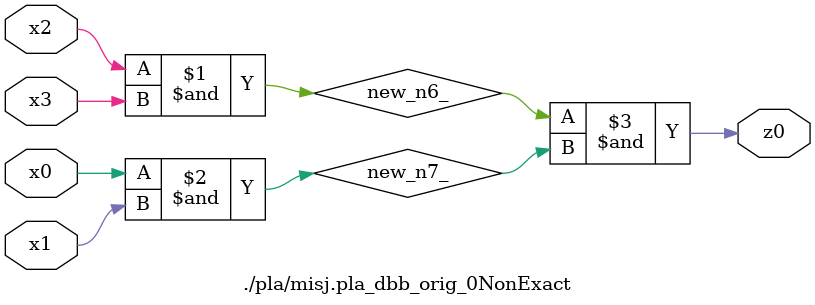
<source format=v>

module \./pla/misj.pla_dbb_orig_0NonExact  ( 
    x0, x1, x2, x3,
    z0  );
  input  x0, x1, x2, x3;
  output z0;
  wire new_n6_, new_n7_;
  assign new_n6_ = x2 & x3;
  assign new_n7_ = x0 & x1;
  assign z0 = new_n6_ & new_n7_;
endmodule



</source>
